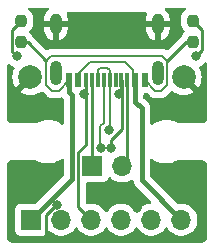
<source format=gtl>
G04 #@! TF.GenerationSoftware,KiCad,Pcbnew,7.0.7*
G04 #@! TF.CreationDate,2024-02-23T23:35:20+01:00*
G04 #@! TF.ProjectId,SL_USB-TypeC-Breakout,534c5f55-5342-42d5-9479-7065432d4272,v1.0*
G04 #@! TF.SameCoordinates,Original*
G04 #@! TF.FileFunction,Copper,L1,Top*
G04 #@! TF.FilePolarity,Positive*
%FSLAX46Y46*%
G04 Gerber Fmt 4.6, Leading zero omitted, Abs format (unit mm)*
G04 Created by KiCad (PCBNEW 7.0.7) date 2024-02-23 23:35:20*
%MOMM*%
%LPD*%
G01*
G04 APERTURE LIST*
G04 Aperture macros list*
%AMRoundRect*
0 Rectangle with rounded corners*
0 $1 Rounding radius*
0 $2 $3 $4 $5 $6 $7 $8 $9 X,Y pos of 4 corners*
0 Add a 4 corners polygon primitive as box body*
4,1,4,$2,$3,$4,$5,$6,$7,$8,$9,$2,$3,0*
0 Add four circle primitives for the rounded corners*
1,1,$1+$1,$2,$3*
1,1,$1+$1,$4,$5*
1,1,$1+$1,$6,$7*
1,1,$1+$1,$8,$9*
0 Add four rect primitives between the rounded corners*
20,1,$1+$1,$2,$3,$4,$5,0*
20,1,$1+$1,$4,$5,$6,$7,0*
20,1,$1+$1,$6,$7,$8,$9,0*
20,1,$1+$1,$8,$9,$2,$3,0*%
G04 Aperture macros list end*
G04 #@! TA.AperFunction,SMDPad,CuDef*
%ADD10RoundRect,0.237500X-0.237500X0.250000X-0.237500X-0.250000X0.237500X-0.250000X0.237500X0.250000X0*%
G04 #@! TD*
G04 #@! TA.AperFunction,ComponentPad*
%ADD11C,2.000000*%
G04 #@! TD*
G04 #@! TA.AperFunction,ComponentPad*
%ADD12R,1.700000X1.700000*%
G04 #@! TD*
G04 #@! TA.AperFunction,ComponentPad*
%ADD13O,1.700000X1.700000*%
G04 #@! TD*
G04 #@! TA.AperFunction,SMDPad,CuDef*
%ADD14R,0.600000X1.150000*%
G04 #@! TD*
G04 #@! TA.AperFunction,SMDPad,CuDef*
%ADD15R,0.300000X1.150000*%
G04 #@! TD*
G04 #@! TA.AperFunction,ComponentPad*
%ADD16O,1.000000X2.100000*%
G04 #@! TD*
G04 #@! TA.AperFunction,ComponentPad*
%ADD17O,1.000000X1.800000*%
G04 #@! TD*
G04 #@! TA.AperFunction,ViaPad*
%ADD18C,0.800000*%
G04 #@! TD*
G04 #@! TA.AperFunction,Conductor*
%ADD19C,0.200000*%
G04 #@! TD*
G04 #@! TA.AperFunction,Conductor*
%ADD20C,0.400000*%
G04 #@! TD*
G04 #@! TA.AperFunction,Conductor*
%ADD21C,0.250000*%
G04 #@! TD*
G04 APERTURE END LIST*
D10*
X106100000Y-50675000D03*
X106100000Y-52500000D03*
D11*
X92350000Y-55466250D03*
D12*
X97600000Y-63000000D03*
D13*
X100140000Y-63000000D03*
D11*
X105350000Y-55466250D03*
D12*
X92450000Y-67533750D03*
D13*
X94990000Y-67533750D03*
X97530000Y-67533750D03*
X100070000Y-67533750D03*
X102610000Y-67533750D03*
X105150000Y-67533750D03*
D14*
X102030000Y-55721250D03*
X101230000Y-55721250D03*
D15*
X100080000Y-55721250D03*
X99080000Y-55721250D03*
X98580000Y-55721250D03*
X97580000Y-55721250D03*
D14*
X96430000Y-55721250D03*
X95630000Y-55721250D03*
X95630000Y-55721250D03*
X96430000Y-55721250D03*
D15*
X97080000Y-55721250D03*
X98080000Y-55721250D03*
X99580000Y-55721250D03*
X100580000Y-55721250D03*
D14*
X101230000Y-55721250D03*
X102030000Y-55721250D03*
D16*
X103150000Y-55146250D03*
D17*
X103150000Y-50966250D03*
D16*
X94510000Y-55146250D03*
D17*
X94510000Y-50966250D03*
D10*
X91600000Y-50700000D03*
X91600000Y-52525000D03*
D18*
X98999500Y-59899482D03*
X98324500Y-61500000D03*
X94600000Y-66300000D03*
X101400000Y-66500000D03*
X91200000Y-58500000D03*
X101400000Y-68700000D03*
X91100000Y-63400000D03*
X106600000Y-63400000D03*
X106600000Y-58500000D03*
X99174003Y-61500000D03*
X99855814Y-56882401D03*
X91200000Y-53700000D03*
X96875500Y-56895752D03*
X106400000Y-53700000D03*
D19*
X98080000Y-55721250D02*
X98080000Y-54896250D01*
X98080000Y-54896250D02*
X98276250Y-54700000D01*
X98276250Y-54700000D02*
X98883750Y-54700000D01*
X98883750Y-54700000D02*
X99080000Y-54896250D01*
X99080000Y-54896250D02*
X99080000Y-55721250D01*
X96430000Y-55721250D02*
X96420422Y-55711672D01*
X96420422Y-55179578D02*
X97400000Y-54200000D01*
X100383750Y-54200000D02*
X101030000Y-54846250D01*
X96420422Y-55711672D02*
X96420422Y-55179578D01*
X97400000Y-54200000D02*
X100383750Y-54200000D01*
X101030000Y-55521250D02*
X101230000Y-55721250D01*
X101030000Y-54846250D02*
X101030000Y-55521250D01*
D20*
X101230000Y-57530000D02*
X101230000Y-55721250D01*
X101800000Y-58100000D02*
X101230000Y-57530000D01*
X101800000Y-64183750D02*
X101800000Y-58100000D01*
X105150000Y-67533750D02*
X101800000Y-64183750D01*
D19*
X99080000Y-59818982D02*
X98999500Y-59899482D01*
X99080000Y-55721250D02*
X99080000Y-59818982D01*
X98324500Y-61500000D02*
X98299500Y-61475000D01*
X98299500Y-61475000D02*
X98299500Y-59600500D01*
X98580000Y-59320000D02*
X98580000Y-55721250D01*
X98299500Y-59600500D02*
X98580000Y-59320000D01*
D20*
X92450000Y-67533750D02*
X95900000Y-64083750D01*
X95900000Y-57000000D02*
X95630000Y-56730000D01*
D19*
X94751250Y-56600000D02*
X94200000Y-56600000D01*
X95630000Y-55721250D02*
X95800000Y-55891250D01*
D21*
X91600000Y-52525000D02*
X92125000Y-52525000D01*
D19*
X103438810Y-56600000D02*
X102908750Y-56600000D01*
X103950000Y-56088810D02*
X103438810Y-56600000D01*
D20*
X95630000Y-56730000D02*
X95630000Y-55721250D01*
D19*
X93700000Y-56100000D02*
X93700000Y-54100000D01*
D20*
X95900000Y-64083750D02*
X95900000Y-57000000D01*
D21*
X92125000Y-52525000D02*
X93700000Y-54100000D01*
D19*
X102908750Y-56600000D02*
X102030000Y-55721250D01*
D21*
X105550000Y-52500000D02*
X103950000Y-54100000D01*
D19*
X103950000Y-54100000D02*
X103950000Y-56088810D01*
X95630000Y-55721250D02*
X94751250Y-56600000D01*
X93700000Y-54100000D02*
X94100000Y-53700000D01*
X103550000Y-53700000D02*
X103950000Y-54100000D01*
D21*
X106100000Y-52500000D02*
X105550000Y-52500000D01*
D19*
X94200000Y-56600000D02*
X93700000Y-56100000D01*
X94100000Y-53700000D02*
X103550000Y-53700000D01*
D21*
X94500000Y-66300000D02*
X93700000Y-67100000D01*
X93700000Y-68900000D02*
X94000000Y-69200000D01*
X93700000Y-67100000D02*
X93700000Y-68900000D01*
X100900000Y-69200000D02*
X101400000Y-68700000D01*
X94600000Y-66300000D02*
X94500000Y-66300000D01*
X94000000Y-69200000D02*
X100900000Y-69200000D01*
X99174003Y-60749003D02*
X99174003Y-61500000D01*
X100100000Y-55741250D02*
X100100000Y-57200000D01*
X100100000Y-59823006D02*
X99174003Y-60749003D01*
X91200000Y-53700000D02*
X90800000Y-53300000D01*
X100080000Y-55721250D02*
X100100000Y-55741250D01*
X100100000Y-57200000D02*
X100100000Y-57126587D01*
X100080000Y-55721250D02*
X100080000Y-56658215D01*
X90800000Y-51500000D02*
X91600000Y-50700000D01*
X100080000Y-56658215D02*
X99855814Y-56882401D01*
X90800000Y-53300000D02*
X90800000Y-51500000D01*
X100100000Y-57200000D02*
X100100000Y-59823006D01*
X100100000Y-57126587D02*
X99855814Y-56882401D01*
X96425000Y-61825000D02*
X96425000Y-66428750D01*
X106400000Y-53700000D02*
X106900000Y-53200000D01*
X96425000Y-66428750D02*
X97530000Y-67533750D01*
X97080000Y-55721250D02*
X97080000Y-56691252D01*
X97080000Y-55721250D02*
X97080000Y-57300000D01*
X97080000Y-57300000D02*
X97080000Y-61170000D01*
X97080000Y-57100252D02*
X96875500Y-56895752D01*
X97080000Y-61170000D02*
X96425000Y-61825000D01*
X97080000Y-57300000D02*
X97080000Y-57100252D01*
X106900000Y-53200000D02*
X106900000Y-51475000D01*
X97080000Y-56691252D02*
X96875500Y-56895752D01*
X106900000Y-51475000D02*
X106100000Y-50675000D01*
X97600000Y-55741250D02*
X97580000Y-55721250D01*
X97600000Y-63000000D02*
X97600000Y-55741250D01*
X100140000Y-63000000D02*
X100580000Y-62560000D01*
X100580000Y-62560000D02*
X100580000Y-55721250D01*
G04 #@! TA.AperFunction,Conductor*
G36*
X95124226Y-62363361D02*
G01*
X95175173Y-62412808D01*
X95191500Y-62474839D01*
X95191500Y-63738089D01*
X95171498Y-63806210D01*
X95154595Y-63827184D01*
X92843435Y-66138345D01*
X92781123Y-66172370D01*
X92754340Y-66175250D01*
X91551350Y-66175250D01*
X91490803Y-66181759D01*
X91490795Y-66181761D01*
X91353797Y-66232860D01*
X91353792Y-66232862D01*
X91236738Y-66320488D01*
X91149112Y-66437542D01*
X91149110Y-66437547D01*
X91098011Y-66574545D01*
X91098009Y-66574553D01*
X91091500Y-66635100D01*
X91091500Y-68432399D01*
X91098009Y-68492946D01*
X91098011Y-68492954D01*
X91149110Y-68629952D01*
X91149112Y-68629957D01*
X91236738Y-68747011D01*
X91353792Y-68834637D01*
X91353794Y-68834638D01*
X91353796Y-68834639D01*
X91408900Y-68855192D01*
X91490795Y-68885738D01*
X91490803Y-68885740D01*
X91551350Y-68892249D01*
X91551355Y-68892249D01*
X91551362Y-68892250D01*
X91551368Y-68892250D01*
X93348632Y-68892250D01*
X93348638Y-68892250D01*
X93348645Y-68892249D01*
X93348649Y-68892249D01*
X93409196Y-68885740D01*
X93409199Y-68885739D01*
X93409201Y-68885739D01*
X93546204Y-68834639D01*
X93616399Y-68782092D01*
X93663261Y-68747011D01*
X93750886Y-68629958D01*
X93750885Y-68629958D01*
X93750889Y-68629954D01*
X93794999Y-68511689D01*
X93837545Y-68454857D01*
X93904066Y-68430046D01*
X93973440Y-68445138D01*
X94005753Y-68470385D01*
X94026529Y-68492954D01*
X94066762Y-68536658D01*
X94121331Y-68579131D01*
X94244424Y-68674939D01*
X94442426Y-68782092D01*
X94442427Y-68782092D01*
X94442428Y-68782093D01*
X94554227Y-68820473D01*
X94655365Y-68855194D01*
X94877431Y-68892250D01*
X94877435Y-68892250D01*
X95102565Y-68892250D01*
X95102569Y-68892250D01*
X95324635Y-68855194D01*
X95537574Y-68782092D01*
X95735576Y-68674939D01*
X95913240Y-68536656D01*
X96065722Y-68371018D01*
X96154518Y-68235104D01*
X96208520Y-68189018D01*
X96278868Y-68179442D01*
X96343225Y-68209419D01*
X96365480Y-68235103D01*
X96398607Y-68285808D01*
X96454275Y-68371015D01*
X96454279Y-68371020D01*
X96606762Y-68536658D01*
X96661331Y-68579131D01*
X96784424Y-68674939D01*
X96982426Y-68782092D01*
X96982427Y-68782092D01*
X96982428Y-68782093D01*
X97094227Y-68820473D01*
X97195365Y-68855194D01*
X97417431Y-68892250D01*
X97417435Y-68892250D01*
X97642565Y-68892250D01*
X97642569Y-68892250D01*
X97864635Y-68855194D01*
X98077574Y-68782092D01*
X98275576Y-68674939D01*
X98453240Y-68536656D01*
X98605722Y-68371018D01*
X98694518Y-68235104D01*
X98748520Y-68189018D01*
X98818868Y-68179442D01*
X98883225Y-68209419D01*
X98905480Y-68235103D01*
X98938607Y-68285808D01*
X98994275Y-68371015D01*
X98994279Y-68371020D01*
X99146762Y-68536658D01*
X99201331Y-68579131D01*
X99324424Y-68674939D01*
X99522426Y-68782092D01*
X99522427Y-68782092D01*
X99522428Y-68782093D01*
X99634227Y-68820473D01*
X99735365Y-68855194D01*
X99957431Y-68892250D01*
X99957435Y-68892250D01*
X100182565Y-68892250D01*
X100182569Y-68892250D01*
X100404635Y-68855194D01*
X100617574Y-68782092D01*
X100815576Y-68674939D01*
X100993240Y-68536656D01*
X101145722Y-68371018D01*
X101234519Y-68235103D01*
X101288518Y-68189018D01*
X101358866Y-68179442D01*
X101423224Y-68209418D01*
X101445482Y-68235106D01*
X101534275Y-68371015D01*
X101534279Y-68371020D01*
X101686762Y-68536658D01*
X101741331Y-68579131D01*
X101864424Y-68674939D01*
X102062426Y-68782092D01*
X102062427Y-68782092D01*
X102062428Y-68782093D01*
X102174227Y-68820473D01*
X102275365Y-68855194D01*
X102497431Y-68892250D01*
X102497435Y-68892250D01*
X102722565Y-68892250D01*
X102722569Y-68892250D01*
X102944635Y-68855194D01*
X103157574Y-68782092D01*
X103355576Y-68674939D01*
X103533240Y-68536656D01*
X103685722Y-68371018D01*
X103774518Y-68235104D01*
X103828520Y-68189018D01*
X103898868Y-68179442D01*
X103963225Y-68209419D01*
X103985480Y-68235103D01*
X104018607Y-68285808D01*
X104074275Y-68371015D01*
X104074279Y-68371020D01*
X104226762Y-68536658D01*
X104281331Y-68579131D01*
X104404424Y-68674939D01*
X104602426Y-68782092D01*
X104602427Y-68782092D01*
X104602428Y-68782093D01*
X104714227Y-68820473D01*
X104815365Y-68855194D01*
X105037431Y-68892250D01*
X105037435Y-68892250D01*
X105262565Y-68892250D01*
X105262569Y-68892250D01*
X105484635Y-68855194D01*
X105697574Y-68782092D01*
X105895576Y-68674939D01*
X106073240Y-68536656D01*
X106225722Y-68371018D01*
X106348860Y-68182541D01*
X106439296Y-67976366D01*
X106494564Y-67758118D01*
X106513156Y-67533750D01*
X106494564Y-67309382D01*
X106439296Y-67091134D01*
X106348860Y-66884959D01*
X106342140Y-66874674D01*
X106225724Y-66696484D01*
X106225720Y-66696479D01*
X106073237Y-66530841D01*
X105951415Y-66436023D01*
X105895576Y-66392561D01*
X105697574Y-66285408D01*
X105697572Y-66285407D01*
X105697571Y-66285406D01*
X105484639Y-66212307D01*
X105484630Y-66212305D01*
X105423713Y-66202140D01*
X105262569Y-66175250D01*
X105037431Y-66175250D01*
X104973501Y-66185917D01*
X104892328Y-66199462D01*
X104821845Y-66190944D01*
X104782496Y-66164275D01*
X102545405Y-63927184D01*
X102511379Y-63864872D01*
X102508500Y-63838089D01*
X102508500Y-62480988D01*
X102528502Y-62412867D01*
X102582158Y-62366374D01*
X102652432Y-62356270D01*
X102711427Y-62383213D01*
X102712352Y-62382016D01*
X102715993Y-62384828D01*
X102715998Y-62384832D01*
X102941910Y-62534294D01*
X103187176Y-62649270D01*
X103446569Y-62727310D01*
X103446572Y-62727310D01*
X103446574Y-62727311D01*
X103714557Y-62766750D01*
X103714561Y-62766750D01*
X103917633Y-62766750D01*
X103952363Y-62764207D01*
X104120156Y-62751927D01*
X104120160Y-62751926D01*
X104120161Y-62751926D01*
X104240375Y-62725147D01*
X104384553Y-62693030D01*
X104637558Y-62596264D01*
X104831058Y-62487666D01*
X104839600Y-62482872D01*
X104901267Y-62466750D01*
X106846463Y-62466750D01*
X106853509Y-62467145D01*
X106875822Y-62469659D01*
X106955878Y-62480229D01*
X106980982Y-62486211D01*
X107013896Y-62497727D01*
X107017130Y-62498961D01*
X107072298Y-62521811D01*
X107091098Y-62531523D01*
X107125035Y-62552845D01*
X107129871Y-62556209D01*
X107178426Y-62593463D01*
X107184628Y-62598901D01*
X107217363Y-62631633D01*
X107222802Y-62637834D01*
X107260078Y-62686408D01*
X107263418Y-62691209D01*
X107267862Y-62698279D01*
X107284746Y-62725147D01*
X107294468Y-62743962D01*
X107308672Y-62778246D01*
X107316621Y-62797433D01*
X107317307Y-62799087D01*
X107318568Y-62802390D01*
X107330058Y-62835219D01*
X107336051Y-62860383D01*
X107346874Y-62942527D01*
X107349103Y-62962286D01*
X107349500Y-62969352D01*
X107349500Y-68962703D01*
X107349103Y-68969771D01*
X107346467Y-68993137D01*
X107336154Y-69071642D01*
X107330154Y-69096853D01*
X107317936Y-69131762D01*
X107316675Y-69135065D01*
X107294741Y-69188006D01*
X107285018Y-69206823D01*
X107262821Y-69242144D01*
X107259457Y-69246979D01*
X107223299Y-69294095D01*
X107217861Y-69300297D01*
X107184057Y-69334098D01*
X107177854Y-69339537D01*
X107130746Y-69375681D01*
X107125911Y-69379044D01*
X107090580Y-69401242D01*
X107071760Y-69410965D01*
X107018818Y-69432892D01*
X107015517Y-69434151D01*
X106980564Y-69446382D01*
X106955396Y-69452374D01*
X106878976Y-69462435D01*
X106853075Y-69465353D01*
X106846015Y-69465750D01*
X90853543Y-69465750D01*
X90846485Y-69465354D01*
X90824183Y-69462841D01*
X90744128Y-69452271D01*
X90719012Y-69446286D01*
X90686137Y-69434784D01*
X90682833Y-69433523D01*
X90627706Y-69410690D01*
X90608892Y-69400971D01*
X90595167Y-69392347D01*
X90574963Y-69379653D01*
X90570127Y-69376289D01*
X90521572Y-69339035D01*
X90515370Y-69333597D01*
X90482635Y-69300865D01*
X90477196Y-69294664D01*
X90439914Y-69246083D01*
X90436586Y-69241299D01*
X90415250Y-69207348D01*
X90405533Y-69188543D01*
X90382674Y-69133367D01*
X90381431Y-69130109D01*
X90369939Y-69097275D01*
X90363948Y-69072123D01*
X90353122Y-68989951D01*
X90350897Y-68970215D01*
X90350500Y-68963151D01*
X90350500Y-62969794D01*
X90350897Y-62962731D01*
X90353531Y-62939367D01*
X90363845Y-62860850D01*
X90369842Y-62835654D01*
X90382086Y-62800672D01*
X90383298Y-62797498D01*
X90405265Y-62744475D01*
X90414973Y-62725687D01*
X90437188Y-62690337D01*
X90440535Y-62685526D01*
X90476701Y-62638399D01*
X90482120Y-62632219D01*
X90515963Y-62598380D01*
X90522118Y-62592983D01*
X90569285Y-62556793D01*
X90574062Y-62553471D01*
X90609430Y-62531249D01*
X90628210Y-62521547D01*
X90681247Y-62499580D01*
X90684448Y-62498359D01*
X90719454Y-62486111D01*
X90744591Y-62480126D01*
X90820990Y-62470068D01*
X90846933Y-62467145D01*
X90853982Y-62466750D01*
X92801909Y-62466750D01*
X92870030Y-62486752D01*
X92871405Y-62487648D01*
X92941910Y-62534294D01*
X93187176Y-62649270D01*
X93446569Y-62727310D01*
X93446572Y-62727310D01*
X93446574Y-62727311D01*
X93714557Y-62766750D01*
X93714561Y-62766750D01*
X93917633Y-62766750D01*
X93952363Y-62764207D01*
X94120156Y-62751927D01*
X94120160Y-62751926D01*
X94120161Y-62751926D01*
X94240375Y-62725147D01*
X94384553Y-62693030D01*
X94637558Y-62596264D01*
X94873777Y-62463691D01*
X94988493Y-62375110D01*
X95054634Y-62349308D01*
X95124226Y-62363361D01*
G37*
G04 #@! TD.AperFunction*
G04 #@! TA.AperFunction,Conductor*
G36*
X99123440Y-63911388D02*
G01*
X99155753Y-63936635D01*
X99193779Y-63977942D01*
X99216762Y-64002908D01*
X99271331Y-64045381D01*
X99394424Y-64141189D01*
X99592426Y-64248342D01*
X99592427Y-64248342D01*
X99592428Y-64248343D01*
X99704227Y-64286723D01*
X99805365Y-64321444D01*
X100027431Y-64358500D01*
X100027435Y-64358500D01*
X100252565Y-64358500D01*
X100252569Y-64358500D01*
X100474635Y-64321444D01*
X100687574Y-64248342D01*
X100885576Y-64141189D01*
X100885591Y-64141176D01*
X100889939Y-64138338D01*
X100890674Y-64139464D01*
X100950858Y-64115704D01*
X101020506Y-64129473D01*
X101071654Y-64178712D01*
X101083902Y-64219771D01*
X101086224Y-64219346D01*
X101098902Y-64288532D01*
X101099475Y-64292294D01*
X101107033Y-64354544D01*
X101107034Y-64354548D01*
X101110650Y-64364083D01*
X101116771Y-64386039D01*
X101118612Y-64396082D01*
X101144353Y-64453278D01*
X101145809Y-64456793D01*
X101159334Y-64492455D01*
X101168046Y-64515425D01*
X101173840Y-64523819D01*
X101185035Y-64543669D01*
X101189223Y-64552972D01*
X101189225Y-64552976D01*
X101213449Y-64583896D01*
X101227899Y-64602340D01*
X101230154Y-64605405D01*
X101265783Y-64657021D01*
X101265784Y-64657022D01*
X101265785Y-64657023D01*
X101312750Y-64698630D01*
X101315494Y-64701214D01*
X101989568Y-65375288D01*
X102574961Y-65960681D01*
X102608987Y-66022993D01*
X102603922Y-66093808D01*
X102561375Y-66150644D01*
X102502346Y-66173047D01*
X102502571Y-66174393D01*
X102497435Y-66175250D01*
X102497431Y-66175250D01*
X102347959Y-66200192D01*
X102275369Y-66212305D01*
X102275360Y-66212307D01*
X102062428Y-66285406D01*
X102062426Y-66285408D01*
X101864426Y-66392560D01*
X101864424Y-66392561D01*
X101686762Y-66530841D01*
X101534279Y-66696479D01*
X101445483Y-66832393D01*
X101391479Y-66878481D01*
X101321131Y-66888056D01*
X101256774Y-66858079D01*
X101234517Y-66832393D01*
X101145720Y-66696479D01*
X100993237Y-66530841D01*
X100871415Y-66436023D01*
X100815576Y-66392561D01*
X100617574Y-66285408D01*
X100617572Y-66285407D01*
X100617571Y-66285406D01*
X100404639Y-66212307D01*
X100404630Y-66212305D01*
X100343713Y-66202140D01*
X100182569Y-66175250D01*
X99957431Y-66175250D01*
X99812335Y-66199462D01*
X99735369Y-66212305D01*
X99735360Y-66212307D01*
X99522428Y-66285406D01*
X99522426Y-66285408D01*
X99324426Y-66392560D01*
X99324424Y-66392561D01*
X99146762Y-66530841D01*
X98994279Y-66696479D01*
X98905483Y-66832393D01*
X98851479Y-66878481D01*
X98781131Y-66888056D01*
X98716774Y-66858079D01*
X98694517Y-66832393D01*
X98605720Y-66696479D01*
X98453237Y-66530841D01*
X98331415Y-66436023D01*
X98275576Y-66392561D01*
X98077574Y-66285408D01*
X98077572Y-66285407D01*
X98077571Y-66285406D01*
X97864639Y-66212307D01*
X97864630Y-66212305D01*
X97803713Y-66202140D01*
X97642569Y-66175250D01*
X97417431Y-66175250D01*
X97296044Y-66195505D01*
X97205238Y-66210658D01*
X97134754Y-66202140D01*
X97080064Y-66156869D01*
X97058532Y-66089216D01*
X97058500Y-66086376D01*
X97058500Y-64484500D01*
X97078502Y-64416379D01*
X97132158Y-64369886D01*
X97184500Y-64358500D01*
X98498632Y-64358500D01*
X98498638Y-64358500D01*
X98498645Y-64358499D01*
X98498649Y-64358499D01*
X98559196Y-64351990D01*
X98559199Y-64351989D01*
X98559201Y-64351989D01*
X98696204Y-64300889D01*
X98710203Y-64290410D01*
X98813261Y-64213261D01*
X98900886Y-64096208D01*
X98900885Y-64096208D01*
X98900889Y-64096204D01*
X98944999Y-63977939D01*
X98987545Y-63921107D01*
X99054066Y-63896296D01*
X99123440Y-63911388D01*
G37*
G04 #@! TD.AperFunction*
G04 #@! TA.AperFunction,Conductor*
G36*
X107261293Y-54211246D02*
G01*
X107320278Y-54250760D01*
X107348536Y-54315890D01*
X107349500Y-54331445D01*
X107349500Y-58948793D01*
X107344788Y-58982927D01*
X107344205Y-58985000D01*
X107316448Y-59074819D01*
X107305220Y-59100555D01*
X107288916Y-59128831D01*
X107286417Y-59132812D01*
X107248638Y-59188315D01*
X107234790Y-59205279D01*
X107207698Y-59233126D01*
X107201896Y-59238391D01*
X107147995Y-59281518D01*
X107141586Y-59286023D01*
X107108476Y-59306346D01*
X107088885Y-59316137D01*
X107026457Y-59340816D01*
X107022024Y-59342380D01*
X106990901Y-59352071D01*
X106963274Y-59357384D01*
X106867411Y-59364887D01*
X106854431Y-59365579D01*
X106846664Y-59365514D01*
X106821995Y-59363785D01*
X106820807Y-59364338D01*
X106801998Y-59365750D01*
X104898091Y-59365750D01*
X104829970Y-59345748D01*
X104828568Y-59344834D01*
X104797334Y-59324170D01*
X104758090Y-59298206D01*
X104512824Y-59183230D01*
X104355392Y-59135865D01*
X104253425Y-59105188D01*
X103985442Y-59065750D01*
X103985439Y-59065750D01*
X103782369Y-59065750D01*
X103782367Y-59065750D01*
X103579839Y-59080573D01*
X103579838Y-59080573D01*
X103315456Y-59139467D01*
X103315441Y-59139472D01*
X103062441Y-59236236D01*
X102826229Y-59368805D01*
X102826225Y-59368807D01*
X102778996Y-59405275D01*
X102711506Y-59457389D01*
X102645365Y-59483191D01*
X102575774Y-59469137D01*
X102524827Y-59419691D01*
X102508500Y-59357660D01*
X102508500Y-58123319D01*
X102508615Y-58119514D01*
X102512402Y-58056908D01*
X102501092Y-57995193D01*
X102500525Y-57991470D01*
X102492965Y-57929199D01*
X102492964Y-57929196D01*
X102489351Y-57919668D01*
X102483227Y-57897702D01*
X102481389Y-57887673D01*
X102481389Y-57887671D01*
X102455646Y-57830473D01*
X102454189Y-57826956D01*
X102431957Y-57768332D01*
X102431955Y-57768329D01*
X102431954Y-57768325D01*
X102426163Y-57759935D01*
X102414958Y-57740070D01*
X102410775Y-57730774D01*
X102372088Y-57681395D01*
X102369846Y-57678348D01*
X102334215Y-57626727D01*
X102287249Y-57585119D01*
X102284503Y-57582533D01*
X101975405Y-57273435D01*
X101941379Y-57211123D01*
X101938500Y-57184340D01*
X101938500Y-56930750D01*
X101958502Y-56862629D01*
X102012158Y-56816136D01*
X102064500Y-56804750D01*
X102200761Y-56804750D01*
X102268882Y-56824752D01*
X102289856Y-56841655D01*
X102447352Y-56999151D01*
X102452787Y-57005348D01*
X102464357Y-57020426D01*
X102474763Y-57033987D01*
X102506675Y-57058474D01*
X102506678Y-57058477D01*
X102601874Y-57131524D01*
X102646999Y-57150215D01*
X102749900Y-57192838D01*
X102868865Y-57208500D01*
X102868872Y-57208500D01*
X102908750Y-57213750D01*
X102908750Y-57213749D01*
X102908751Y-57213750D01*
X102944531Y-57209040D01*
X102952762Y-57208500D01*
X103394798Y-57208500D01*
X103403029Y-57209040D01*
X103415359Y-57210662D01*
X103438810Y-57213750D01*
X103478690Y-57208500D01*
X103478695Y-57208500D01*
X103558973Y-57197931D01*
X103578267Y-57195391D01*
X103582145Y-57194880D01*
X103597661Y-57192838D01*
X103745686Y-57131524D01*
X103840882Y-57058477D01*
X103840882Y-57058476D01*
X103849101Y-57052170D01*
X103849110Y-57052162D01*
X103872797Y-57033987D01*
X103894771Y-57005348D01*
X103900198Y-56999159D01*
X104242854Y-56656503D01*
X104305163Y-56622481D01*
X104375978Y-56627545D01*
X104413777Y-56649790D01*
X104460880Y-56690020D01*
X104663266Y-56814043D01*
X104882562Y-56904878D01*
X105113367Y-56960289D01*
X105350000Y-56978912D01*
X105586632Y-56960289D01*
X105817437Y-56904878D01*
X106036738Y-56814041D01*
X106223891Y-56699352D01*
X106223892Y-56699352D01*
X105607427Y-56082888D01*
X105573402Y-56020575D01*
X105578466Y-55949760D01*
X105617145Y-55898090D01*
X105616289Y-55897103D01*
X105620830Y-55893167D01*
X105621013Y-55892924D01*
X105621510Y-55892578D01*
X105623095Y-55891203D01*
X105623100Y-55891202D01*
X105731761Y-55797048D01*
X105767824Y-55740931D01*
X105821478Y-55694439D01*
X105891752Y-55684334D01*
X105956333Y-55713826D01*
X105962918Y-55719957D01*
X106583102Y-56340142D01*
X106583102Y-56340141D01*
X106697791Y-56152988D01*
X106788628Y-55933687D01*
X106844039Y-55702882D01*
X106862662Y-55466249D01*
X106844039Y-55229617D01*
X106788628Y-54998812D01*
X106697792Y-54779514D01*
X106668089Y-54731044D01*
X106649550Y-54662510D01*
X106671006Y-54594834D01*
X106724273Y-54550101D01*
X106856752Y-54491118D01*
X107011253Y-54378866D01*
X107129865Y-54247133D01*
X107190309Y-54209895D01*
X107261293Y-54211246D01*
G37*
G04 #@! TD.AperFunction*
G04 #@! TA.AperFunction,Conductor*
G36*
X90600832Y-54387646D02*
G01*
X90743248Y-54491118D01*
X90853421Y-54540170D01*
X90917714Y-54568795D01*
X90932324Y-54571900D01*
X90994799Y-54605626D01*
X91029122Y-54667775D01*
X91024396Y-54738614D01*
X91013565Y-54760980D01*
X91002207Y-54779514D01*
X90911371Y-54998812D01*
X90855960Y-55229617D01*
X90837337Y-55466249D01*
X90855960Y-55702882D01*
X90911371Y-55933687D01*
X91002206Y-56152983D01*
X91116897Y-56340141D01*
X91737081Y-55719956D01*
X91799394Y-55685931D01*
X91870209Y-55690995D01*
X91927045Y-55733542D01*
X91932162Y-55740911D01*
X91968239Y-55797048D01*
X92076900Y-55891202D01*
X92076901Y-55891202D01*
X92083711Y-55897103D01*
X92081686Y-55899439D01*
X92118084Y-55941437D01*
X92128195Y-56011710D01*
X92098709Y-56076293D01*
X92092572Y-56082886D01*
X91476107Y-56699351D01*
X91476107Y-56699352D01*
X91663261Y-56814041D01*
X91882562Y-56904878D01*
X92113367Y-56960289D01*
X92350000Y-56978912D01*
X92586632Y-56960289D01*
X92817437Y-56904878D01*
X93036733Y-56814043D01*
X93239120Y-56690020D01*
X93253218Y-56677979D01*
X93318007Y-56648947D01*
X93388207Y-56659551D01*
X93424145Y-56684694D01*
X93738602Y-56999151D01*
X93744037Y-57005348D01*
X93766012Y-57033986D01*
X93766013Y-57033987D01*
X93795836Y-57056871D01*
X93795873Y-57056901D01*
X93893117Y-57131519D01*
X93893124Y-57131524D01*
X94041149Y-57192838D01*
X94060543Y-57195391D01*
X94160115Y-57208500D01*
X94160120Y-57208500D01*
X94200000Y-57213750D01*
X94235781Y-57209040D01*
X94244012Y-57208500D01*
X94707238Y-57208500D01*
X94715469Y-57209040D01*
X94727799Y-57210662D01*
X94751250Y-57213750D01*
X94791130Y-57208500D01*
X94791135Y-57208500D01*
X94871413Y-57197931D01*
X94890707Y-57195391D01*
X94894585Y-57194880D01*
X94910101Y-57192838D01*
X94956200Y-57173742D01*
X95026788Y-57166153D01*
X95090276Y-57197931D01*
X95093589Y-57201327D01*
X95095784Y-57203271D01*
X95095785Y-57203273D01*
X95101684Y-57208499D01*
X95142731Y-57244864D01*
X95145499Y-57247470D01*
X95150669Y-57252639D01*
X95154590Y-57256560D01*
X95188619Y-57318869D01*
X95191500Y-57345660D01*
X95191500Y-59351511D01*
X95171498Y-59419632D01*
X95117842Y-59466125D01*
X95047568Y-59476229D01*
X94988573Y-59449285D01*
X94987648Y-59450484D01*
X94983999Y-59447666D01*
X94941715Y-59419691D01*
X94758090Y-59298206D01*
X94512824Y-59183230D01*
X94355392Y-59135865D01*
X94253425Y-59105188D01*
X93985442Y-59065750D01*
X93985439Y-59065750D01*
X93782369Y-59065750D01*
X93782367Y-59065750D01*
X93579839Y-59080573D01*
X93579838Y-59080573D01*
X93315456Y-59139467D01*
X93315441Y-59139472D01*
X93062441Y-59236236D01*
X92860400Y-59349628D01*
X92798733Y-59365750D01*
X90898009Y-59365750D01*
X90889166Y-59363153D01*
X90853847Y-59365494D01*
X90846092Y-59365530D01*
X90830222Y-59364626D01*
X90736913Y-59356970D01*
X90709496Y-59351613D01*
X90705093Y-59350232D01*
X90677902Y-59341700D01*
X90673503Y-59340139D01*
X90611560Y-59315532D01*
X90592096Y-59305777D01*
X90558668Y-59285230D01*
X90552299Y-59280750D01*
X90498742Y-59237909D01*
X90492974Y-59232679D01*
X90470011Y-59209119D01*
X90465592Y-59204585D01*
X90451803Y-59187742D01*
X90442304Y-59173844D01*
X90414180Y-59132696D01*
X90411697Y-59128755D01*
X90395108Y-59100141D01*
X90383854Y-59074542D01*
X90361746Y-59003824D01*
X90356012Y-58964973D01*
X90400779Y-54488318D01*
X90421461Y-54420406D01*
X90475578Y-54374452D01*
X90545950Y-54365051D01*
X90600832Y-54387646D01*
G37*
G04 #@! TD.AperFunction*
G04 #@! TA.AperFunction,Conductor*
G36*
X93855560Y-49586252D02*
G01*
X93902053Y-49639908D01*
X93912157Y-49710182D01*
X93882663Y-49774762D01*
X93867373Y-49789649D01*
X93793788Y-49850038D01*
X93667824Y-50003525D01*
X93574225Y-50178635D01*
X93574219Y-50178650D01*
X93516585Y-50368643D01*
X93516583Y-50368655D01*
X93502000Y-50516723D01*
X93502000Y-50712250D01*
X94084000Y-50712250D01*
X94152121Y-50732252D01*
X94198614Y-50785908D01*
X94210000Y-50838250D01*
X94210000Y-51094250D01*
X94189998Y-51162371D01*
X94136342Y-51208864D01*
X94084000Y-51220250D01*
X93502000Y-51220250D01*
X93502000Y-51415776D01*
X93516583Y-51563844D01*
X93516585Y-51563856D01*
X93574219Y-51753849D01*
X93574225Y-51753864D01*
X93667824Y-51928974D01*
X93793788Y-52082461D01*
X93947275Y-52208425D01*
X94122388Y-52302025D01*
X94256000Y-52342555D01*
X94256000Y-51772738D01*
X94276002Y-51704617D01*
X94329658Y-51658124D01*
X94399932Y-51648020D01*
X94416464Y-51651544D01*
X94481840Y-51670145D01*
X94593521Y-51659796D01*
X94593527Y-51659792D01*
X94603519Y-51656951D01*
X94674513Y-51657549D01*
X94733914Y-51696434D01*
X94762863Y-51761260D01*
X94763999Y-51778142D01*
X94763999Y-52342555D01*
X94897611Y-52302025D01*
X95072724Y-52208425D01*
X95226211Y-52082461D01*
X95352175Y-51928974D01*
X95445774Y-51753864D01*
X95445780Y-51753849D01*
X95503414Y-51563856D01*
X95503416Y-51563844D01*
X95517999Y-51415776D01*
X95518000Y-51415758D01*
X95518000Y-51220250D01*
X94936000Y-51220250D01*
X94867879Y-51200248D01*
X94821386Y-51146592D01*
X94810000Y-51094250D01*
X94810000Y-50838250D01*
X94830002Y-50770129D01*
X94883658Y-50723636D01*
X94936000Y-50712250D01*
X95518000Y-50712250D01*
X95518000Y-50516741D01*
X95517999Y-50516723D01*
X95503416Y-50368655D01*
X95503414Y-50368643D01*
X95445780Y-50178650D01*
X95445776Y-50178640D01*
X95431615Y-50152147D01*
X95417143Y-50082641D01*
X95442546Y-50016345D01*
X95499759Y-49974306D01*
X95542737Y-49966750D01*
X102117263Y-49966750D01*
X102185384Y-49986752D01*
X102231877Y-50040408D01*
X102241981Y-50110682D01*
X102228385Y-50152147D01*
X102214223Y-50178640D01*
X102214219Y-50178650D01*
X102156585Y-50368643D01*
X102156583Y-50368655D01*
X102142000Y-50516723D01*
X102142000Y-50712250D01*
X102724000Y-50712250D01*
X102792121Y-50732252D01*
X102838614Y-50785908D01*
X102850000Y-50838250D01*
X102850000Y-51094250D01*
X102829998Y-51162371D01*
X102776342Y-51208864D01*
X102724000Y-51220250D01*
X102142000Y-51220250D01*
X102142000Y-51415776D01*
X102156583Y-51563844D01*
X102156585Y-51563856D01*
X102214219Y-51753849D01*
X102214225Y-51753864D01*
X102307824Y-51928974D01*
X102433788Y-52082461D01*
X102587275Y-52208425D01*
X102762388Y-52302025D01*
X102896000Y-52342555D01*
X102896000Y-51772738D01*
X102916002Y-51704617D01*
X102969658Y-51658124D01*
X103039932Y-51648020D01*
X103056464Y-51651544D01*
X103121840Y-51670145D01*
X103233521Y-51659796D01*
X103233527Y-51659792D01*
X103243519Y-51656951D01*
X103314513Y-51657549D01*
X103373914Y-51696434D01*
X103402863Y-51761260D01*
X103403999Y-51778142D01*
X103403999Y-52342555D01*
X103537611Y-52302025D01*
X103712724Y-52208425D01*
X103866211Y-52082461D01*
X103992175Y-51928974D01*
X104085774Y-51753864D01*
X104085780Y-51753849D01*
X104143414Y-51563856D01*
X104143416Y-51563844D01*
X104157999Y-51415776D01*
X104158000Y-51415758D01*
X104158000Y-51220250D01*
X103576000Y-51220250D01*
X103507879Y-51200248D01*
X103461386Y-51146592D01*
X103450000Y-51094250D01*
X103450000Y-50838250D01*
X103470002Y-50770129D01*
X103523658Y-50723636D01*
X103576000Y-50712250D01*
X104158000Y-50712250D01*
X104158000Y-50516741D01*
X104157999Y-50516723D01*
X104143416Y-50368655D01*
X104143414Y-50368643D01*
X104085780Y-50178650D01*
X104085774Y-50178635D01*
X103992175Y-50003525D01*
X103866211Y-49850038D01*
X103792627Y-49789649D01*
X103752659Y-49730972D01*
X103750758Y-49660001D01*
X103787529Y-49599269D01*
X103851297Y-49568057D01*
X103872561Y-49566250D01*
X105389441Y-49566250D01*
X105457562Y-49586252D01*
X105504055Y-49639908D01*
X105514159Y-49710182D01*
X105484665Y-49774762D01*
X105455588Y-49799490D01*
X105396659Y-49835838D01*
X105396647Y-49835847D01*
X105273347Y-49959147D01*
X105273342Y-49959153D01*
X105181791Y-50107580D01*
X105126937Y-50273122D01*
X105116500Y-50375278D01*
X105116500Y-50974712D01*
X105126937Y-51076880D01*
X105181791Y-51242420D01*
X105273342Y-51390846D01*
X105273347Y-51390852D01*
X105380900Y-51498405D01*
X105414926Y-51560717D01*
X105409861Y-51631532D01*
X105380900Y-51676595D01*
X105273347Y-51784147D01*
X105273342Y-51784153D01*
X105181789Y-51932583D01*
X105171892Y-51962449D01*
X105131477Y-52020820D01*
X105126356Y-52024745D01*
X105112894Y-52034526D01*
X105112893Y-52034527D01*
X105082808Y-52070892D01*
X105078812Y-52075283D01*
X104006861Y-53147233D01*
X103944549Y-53181259D01*
X103873734Y-53176194D01*
X103860804Y-53170103D01*
X103708851Y-53107162D01*
X103708843Y-53107161D01*
X103689456Y-53104608D01*
X103654202Y-53099967D01*
X103588041Y-53091257D01*
X103588020Y-53091255D01*
X103550002Y-53086250D01*
X103549999Y-53086250D01*
X103514219Y-53090960D01*
X103505988Y-53091500D01*
X94144011Y-53091500D01*
X94135779Y-53090960D01*
X94100001Y-53086250D01*
X94099999Y-53086250D01*
X94072732Y-53089839D01*
X94060122Y-53091500D01*
X94060115Y-53091500D01*
X94000373Y-53099365D01*
X93941151Y-53107161D01*
X93876591Y-53133903D01*
X93793125Y-53168476D01*
X93793123Y-53168477D01*
X93793124Y-53168477D01*
X93793122Y-53168478D01*
X93793119Y-53168479D01*
X93788516Y-53170780D01*
X93718641Y-53183350D01*
X93653063Y-53156147D01*
X93643079Y-53147174D01*
X92632244Y-52136339D01*
X92622279Y-52123901D01*
X92622052Y-52124090D01*
X92617001Y-52117984D01*
X92617000Y-52117982D01*
X92574041Y-52077641D01*
X92540690Y-52025425D01*
X92518209Y-51957580D01*
X92426658Y-51809154D01*
X92319097Y-51701593D01*
X92285074Y-51639284D01*
X92290138Y-51568468D01*
X92319097Y-51523406D01*
X92426658Y-51415846D01*
X92518209Y-51267420D01*
X92573062Y-51101881D01*
X92583500Y-50999713D01*
X92583499Y-50400288D01*
X92573062Y-50298119D01*
X92518209Y-50132580D01*
X92426658Y-49984154D01*
X92426657Y-49984153D01*
X92426652Y-49984147D01*
X92303352Y-49860847D01*
X92303348Y-49860844D01*
X92303346Y-49860842D01*
X92302602Y-49860383D01*
X92203881Y-49799490D01*
X92156403Y-49746704D01*
X92145000Y-49676630D01*
X92173293Y-49611514D01*
X92232298Y-49572032D01*
X92270028Y-49566250D01*
X93787439Y-49566250D01*
X93855560Y-49586252D01*
G37*
G04 #@! TD.AperFunction*
M02*

</source>
